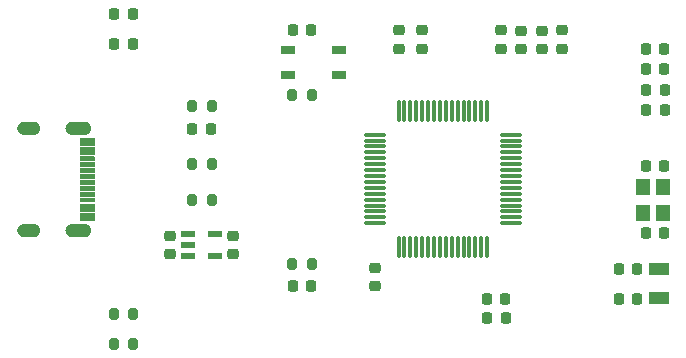
<source format=gtp>
%TF.GenerationSoftware,KiCad,Pcbnew,8.0.4*%
%TF.CreationDate,2024-08-12T16:22:58+08:00*%
%TF.ProjectId,UINIO-MCU-HC32F460KETA,55494e49-4f2d-44d4-9355-2d4843333246,Version 1.0.0*%
%TF.SameCoordinates,PX71f45d0PY4ce7800*%
%TF.FileFunction,Paste,Top*%
%TF.FilePolarity,Positive*%
%FSLAX46Y46*%
G04 Gerber Fmt 4.6, Leading zero omitted, Abs format (unit mm)*
G04 Created by KiCad (PCBNEW 8.0.4) date 2024-08-12 16:22:58*
%MOMM*%
%LPD*%
G01*
G04 APERTURE LIST*
G04 Aperture macros list*
%AMRoundRect*
0 Rectangle with rounded corners*
0 $1 Rounding radius*
0 $2 $3 $4 $5 $6 $7 $8 $9 X,Y pos of 4 corners*
0 Add a 4 corners polygon primitive as box body*
4,1,4,$2,$3,$4,$5,$6,$7,$8,$9,$2,$3,0*
0 Add four circle primitives for the rounded corners*
1,1,$1+$1,$2,$3*
1,1,$1+$1,$4,$5*
1,1,$1+$1,$6,$7*
1,1,$1+$1,$8,$9*
0 Add four rect primitives between the rounded corners*
20,1,$1+$1,$2,$3,$4,$5,0*
20,1,$1+$1,$4,$5,$6,$7,0*
20,1,$1+$1,$6,$7,$8,$9,0*
20,1,$1+$1,$8,$9,$2,$3,0*%
G04 Aperture macros list end*
%ADD10C,0.120000*%
%ADD11RoundRect,0.218750X0.218750X0.256250X-0.218750X0.256250X-0.218750X-0.256250X0.218750X-0.256250X0*%
%ADD12RoundRect,0.200000X0.200000X0.275000X-0.200000X0.275000X-0.200000X-0.275000X0.200000X-0.275000X0*%
%ADD13RoundRect,0.225000X0.250000X-0.225000X0.250000X0.225000X-0.250000X0.225000X-0.250000X-0.225000X0*%
%ADD14R,1.157000X0.490000*%
%ADD15R,1.175000X0.490000*%
%ADD16RoundRect,0.218750X-0.256250X0.218750X-0.256250X-0.218750X0.256250X-0.218750X0.256250X0.218750X0*%
%ADD17RoundRect,0.225000X-0.225000X-0.250000X0.225000X-0.250000X0.225000X0.250000X-0.225000X0.250000X0*%
%ADD18R,1.800000X1.000000*%
%ADD19RoundRect,0.225000X-0.250000X0.225000X-0.250000X-0.225000X0.250000X-0.225000X0.250000X0.225000X0*%
%ADD20R,1.150000X0.600000*%
%ADD21R,1.150000X0.300000*%
%ADD22RoundRect,0.200000X-0.200000X-0.275000X0.200000X-0.275000X0.200000X0.275000X-0.200000X0.275000X0*%
%ADD23RoundRect,0.225000X0.225000X0.250000X-0.225000X0.250000X-0.225000X-0.250000X0.225000X-0.250000X0*%
%ADD24R,1.200000X0.650000*%
%ADD25O,2.000000X0.300000*%
%ADD26O,0.300000X2.000000*%
%ADD27R,1.200000X1.400000*%
G04 APERTURE END LIST*
D10*
%TO.C,USB1*%
X2126000Y-18560000D02*
X976000Y-18560000D01*
X976000Y-17960000D01*
X2126000Y-17960000D01*
X2126000Y-18560000D01*
G36*
X2126000Y-18560000D02*
G01*
X976000Y-18560000D01*
X976000Y-17960000D01*
X2126000Y-17960000D01*
X2126000Y-18560000D01*
G37*
X2126000Y-19360000D02*
X976000Y-19360000D01*
X976000Y-18760000D01*
X2126000Y-18760000D01*
X2126000Y-19360000D01*
G36*
X2126000Y-19360000D02*
G01*
X976000Y-19360000D01*
X976000Y-18760000D01*
X2126000Y-18760000D01*
X2126000Y-19360000D01*
G37*
X2126000Y-19860000D02*
X976000Y-19860000D01*
X976000Y-19560000D01*
X2126000Y-19560000D01*
X2126000Y-19860000D01*
G36*
X2126000Y-19860000D02*
G01*
X976000Y-19860000D01*
X976000Y-19560000D01*
X2126000Y-19560000D01*
X2126000Y-19860000D01*
G37*
X2126000Y-20360000D02*
X976000Y-20360000D01*
X976000Y-20060000D01*
X2126000Y-20060000D01*
X2126000Y-20360000D01*
G36*
X2126000Y-20360000D02*
G01*
X976000Y-20360000D01*
X976000Y-20060000D01*
X2126000Y-20060000D01*
X2126000Y-20360000D01*
G37*
X2126000Y-20860000D02*
X976000Y-20860000D01*
X976000Y-20560000D01*
X2126000Y-20560000D01*
X2126000Y-20860000D01*
G36*
X2126000Y-20860000D02*
G01*
X976000Y-20860000D01*
X976000Y-20560000D01*
X2126000Y-20560000D01*
X2126000Y-20860000D01*
G37*
X2126000Y-21360000D02*
X976000Y-21360000D01*
X976000Y-21060000D01*
X2126000Y-21060000D01*
X2126000Y-21360000D01*
G36*
X2126000Y-21360000D02*
G01*
X976000Y-21360000D01*
X976000Y-21060000D01*
X2126000Y-21060000D01*
X2126000Y-21360000D01*
G37*
X2126000Y-21860000D02*
X976000Y-21860000D01*
X976000Y-21560000D01*
X2126000Y-21560000D01*
X2126000Y-21860000D01*
G36*
X2126000Y-21860000D02*
G01*
X976000Y-21860000D01*
X976000Y-21560000D01*
X2126000Y-21560000D01*
X2126000Y-21860000D01*
G37*
X2126000Y-22360000D02*
X976000Y-22360000D01*
X976000Y-22060000D01*
X2126000Y-22060000D01*
X2126000Y-22360000D01*
G36*
X2126000Y-22360000D02*
G01*
X976000Y-22360000D01*
X976000Y-22060000D01*
X2126000Y-22060000D01*
X2126000Y-22360000D01*
G37*
X2126000Y-22860000D02*
X976000Y-22860000D01*
X976000Y-22560000D01*
X2126000Y-22560000D01*
X2126000Y-22860000D01*
G36*
X2126000Y-22860000D02*
G01*
X976000Y-22860000D01*
X976000Y-22560000D01*
X2126000Y-22560000D01*
X2126000Y-22860000D01*
G37*
X2126000Y-23360000D02*
X976000Y-23360000D01*
X976000Y-23060000D01*
X2126000Y-23060000D01*
X2126000Y-23360000D01*
G36*
X2126000Y-23360000D02*
G01*
X976000Y-23360000D01*
X976000Y-23060000D01*
X2126000Y-23060000D01*
X2126000Y-23360000D01*
G37*
X2126000Y-24160000D02*
X976000Y-24160000D01*
X976000Y-23560000D01*
X2126000Y-23560000D01*
X2126000Y-24160000D01*
G36*
X2126000Y-24160000D02*
G01*
X976000Y-24160000D01*
X976000Y-23560000D01*
X2126000Y-23560000D01*
X2126000Y-24160000D01*
G37*
X2126000Y-24960000D02*
X976000Y-24960000D01*
X976000Y-24360000D01*
X2126000Y-24360000D01*
X2126000Y-24960000D01*
G36*
X2126000Y-24960000D02*
G01*
X976000Y-24960000D01*
X976000Y-24360000D01*
X2126000Y-24360000D01*
X2126000Y-24960000D01*
G37*
X-2864000Y-16645000D02*
X-2770000Y-16673000D01*
X-2684000Y-16719000D01*
X-2608000Y-16781000D01*
X-2546000Y-16857000D01*
X-2499000Y-16944000D01*
X-2471000Y-17037000D01*
X-2461000Y-17135000D01*
X-2471000Y-17233000D01*
X-2499000Y-17326000D01*
X-2546000Y-17413000D01*
X-2608000Y-17489000D01*
X-2684000Y-17551000D01*
X-2770000Y-17597000D01*
X-2864000Y-17625000D01*
X-2961000Y-17635000D01*
X-3861000Y-17635000D01*
X-3959000Y-17625000D01*
X-4053000Y-17597000D01*
X-4139000Y-17551000D01*
X-4215000Y-17489000D01*
X-4277000Y-17413000D01*
X-4323000Y-17326000D01*
X-4352000Y-17233000D01*
X-4361000Y-17135000D01*
X-4352000Y-17037000D01*
X-4323000Y-16944000D01*
X-4277000Y-16857000D01*
X-4215000Y-16781000D01*
X-4139000Y-16719000D01*
X-4053000Y-16673000D01*
X-3959000Y-16645000D01*
X-3861000Y-16635000D01*
X-2961000Y-16635000D01*
X-2864000Y-16645000D01*
G36*
X-2864000Y-16645000D02*
G01*
X-2770000Y-16673000D01*
X-2684000Y-16719000D01*
X-2608000Y-16781000D01*
X-2546000Y-16857000D01*
X-2499000Y-16944000D01*
X-2471000Y-17037000D01*
X-2461000Y-17135000D01*
X-2471000Y-17233000D01*
X-2499000Y-17326000D01*
X-2546000Y-17413000D01*
X-2608000Y-17489000D01*
X-2684000Y-17551000D01*
X-2770000Y-17597000D01*
X-2864000Y-17625000D01*
X-2961000Y-17635000D01*
X-3861000Y-17635000D01*
X-3959000Y-17625000D01*
X-4053000Y-17597000D01*
X-4139000Y-17551000D01*
X-4215000Y-17489000D01*
X-4277000Y-17413000D01*
X-4323000Y-17326000D01*
X-4352000Y-17233000D01*
X-4361000Y-17135000D01*
X-4352000Y-17037000D01*
X-4323000Y-16944000D01*
X-4277000Y-16857000D01*
X-4215000Y-16781000D01*
X-4139000Y-16719000D01*
X-4053000Y-16673000D01*
X-3959000Y-16645000D01*
X-3861000Y-16635000D01*
X-2961000Y-16635000D01*
X-2864000Y-16645000D01*
G37*
X-2864000Y-25295000D02*
X-2770000Y-25323000D01*
X-2684000Y-25369000D01*
X-2608000Y-25431000D01*
X-2546000Y-25507000D01*
X-2499000Y-25594000D01*
X-2471000Y-25687000D01*
X-2461000Y-25785000D01*
X-2471000Y-25883000D01*
X-2499000Y-25976000D01*
X-2546000Y-26063000D01*
X-2608000Y-26139000D01*
X-2684000Y-26201000D01*
X-2770000Y-26247000D01*
X-2864000Y-26275000D01*
X-2961000Y-26285000D01*
X-3861000Y-26285000D01*
X-3959000Y-26275000D01*
X-4053000Y-26247000D01*
X-4139000Y-26201000D01*
X-4215000Y-26139000D01*
X-4277000Y-26063000D01*
X-4323000Y-25976000D01*
X-4352000Y-25883000D01*
X-4361000Y-25785000D01*
X-4352000Y-25687000D01*
X-4323000Y-25594000D01*
X-4277000Y-25507000D01*
X-4215000Y-25431000D01*
X-4139000Y-25369000D01*
X-4053000Y-25323000D01*
X-3959000Y-25295000D01*
X-3861000Y-25285000D01*
X-2961000Y-25285000D01*
X-2864000Y-25295000D01*
G36*
X-2864000Y-25295000D02*
G01*
X-2770000Y-25323000D01*
X-2684000Y-25369000D01*
X-2608000Y-25431000D01*
X-2546000Y-25507000D01*
X-2499000Y-25594000D01*
X-2471000Y-25687000D01*
X-2461000Y-25785000D01*
X-2471000Y-25883000D01*
X-2499000Y-25976000D01*
X-2546000Y-26063000D01*
X-2608000Y-26139000D01*
X-2684000Y-26201000D01*
X-2770000Y-26247000D01*
X-2864000Y-26275000D01*
X-2961000Y-26285000D01*
X-3861000Y-26285000D01*
X-3959000Y-26275000D01*
X-4053000Y-26247000D01*
X-4139000Y-26201000D01*
X-4215000Y-26139000D01*
X-4277000Y-26063000D01*
X-4323000Y-25976000D01*
X-4352000Y-25883000D01*
X-4361000Y-25785000D01*
X-4352000Y-25687000D01*
X-4323000Y-25594000D01*
X-4277000Y-25507000D01*
X-4215000Y-25431000D01*
X-4139000Y-25369000D01*
X-4053000Y-25323000D01*
X-3959000Y-25295000D01*
X-3861000Y-25285000D01*
X-2961000Y-25285000D01*
X-2864000Y-25295000D01*
G37*
X1436000Y-16645000D02*
X1530000Y-16673000D01*
X1616000Y-16719000D01*
X1692000Y-16781000D01*
X1754000Y-16857000D01*
X1801000Y-16944000D01*
X1829000Y-17037000D01*
X1839000Y-17135000D01*
X1829000Y-17233000D01*
X1801000Y-17326000D01*
X1754000Y-17413000D01*
X1692000Y-17489000D01*
X1616000Y-17551000D01*
X1530000Y-17597000D01*
X1436000Y-17625000D01*
X1339000Y-17635000D01*
X239000Y-17635000D01*
X141000Y-17625000D01*
X47000Y-17597000D01*
X-39000Y-17551000D01*
X-115000Y-17489000D01*
X-177000Y-17413000D01*
X-223000Y-17326000D01*
X-252000Y-17233000D01*
X-261000Y-17135000D01*
X-252000Y-17037000D01*
X-223000Y-16944000D01*
X-177000Y-16857000D01*
X-115000Y-16781000D01*
X-39000Y-16719000D01*
X47000Y-16673000D01*
X141000Y-16645000D01*
X239000Y-16635000D01*
X1339000Y-16635000D01*
X1436000Y-16645000D01*
G36*
X1436000Y-16645000D02*
G01*
X1530000Y-16673000D01*
X1616000Y-16719000D01*
X1692000Y-16781000D01*
X1754000Y-16857000D01*
X1801000Y-16944000D01*
X1829000Y-17037000D01*
X1839000Y-17135000D01*
X1829000Y-17233000D01*
X1801000Y-17326000D01*
X1754000Y-17413000D01*
X1692000Y-17489000D01*
X1616000Y-17551000D01*
X1530000Y-17597000D01*
X1436000Y-17625000D01*
X1339000Y-17635000D01*
X239000Y-17635000D01*
X141000Y-17625000D01*
X47000Y-17597000D01*
X-39000Y-17551000D01*
X-115000Y-17489000D01*
X-177000Y-17413000D01*
X-223000Y-17326000D01*
X-252000Y-17233000D01*
X-261000Y-17135000D01*
X-252000Y-17037000D01*
X-223000Y-16944000D01*
X-177000Y-16857000D01*
X-115000Y-16781000D01*
X-39000Y-16719000D01*
X47000Y-16673000D01*
X141000Y-16645000D01*
X239000Y-16635000D01*
X1339000Y-16635000D01*
X1436000Y-16645000D01*
G37*
X1436000Y-25295000D02*
X1530000Y-25323000D01*
X1616000Y-25369000D01*
X1692000Y-25431000D01*
X1754000Y-25507000D01*
X1801000Y-25594000D01*
X1829000Y-25687000D01*
X1839000Y-25785000D01*
X1829000Y-25883000D01*
X1801000Y-25976000D01*
X1754000Y-26063000D01*
X1692000Y-26139000D01*
X1616000Y-26201000D01*
X1530000Y-26247000D01*
X1436000Y-26275000D01*
X1339000Y-26285000D01*
X239000Y-26285000D01*
X141000Y-26275000D01*
X47000Y-26247000D01*
X-39000Y-26201000D01*
X-115000Y-26139000D01*
X-177000Y-26063000D01*
X-223000Y-25976000D01*
X-252000Y-25883000D01*
X-261000Y-25785000D01*
X-252000Y-25687000D01*
X-223000Y-25594000D01*
X-177000Y-25507000D01*
X-115000Y-25431000D01*
X-39000Y-25369000D01*
X47000Y-25323000D01*
X141000Y-25295000D01*
X239000Y-25285000D01*
X1339000Y-25285000D01*
X1436000Y-25295000D01*
G36*
X1436000Y-25295000D02*
G01*
X1530000Y-25323000D01*
X1616000Y-25369000D01*
X1692000Y-25431000D01*
X1754000Y-25507000D01*
X1801000Y-25594000D01*
X1829000Y-25687000D01*
X1839000Y-25785000D01*
X1829000Y-25883000D01*
X1801000Y-25976000D01*
X1754000Y-26063000D01*
X1692000Y-26139000D01*
X1616000Y-26201000D01*
X1530000Y-26247000D01*
X1436000Y-26275000D01*
X1339000Y-26285000D01*
X239000Y-26285000D01*
X141000Y-26275000D01*
X47000Y-26247000D01*
X-39000Y-26201000D01*
X-115000Y-26139000D01*
X-177000Y-26063000D01*
X-223000Y-25976000D01*
X-252000Y-25883000D01*
X-261000Y-25785000D01*
X-252000Y-25687000D01*
X-223000Y-25594000D01*
X-177000Y-25507000D01*
X-115000Y-25431000D01*
X-39000Y-25369000D01*
X47000Y-25323000D01*
X141000Y-25295000D01*
X239000Y-25285000D01*
X1339000Y-25285000D01*
X1436000Y-25295000D01*
G37*
%TD*%
D11*
%TO.C,L3*%
X50465000Y-15630000D03*
X48890000Y-15630000D03*
%TD*%
D12*
%TO.C,R4*%
X20600000Y-28670000D03*
X18950000Y-28670000D03*
%TD*%
D13*
%TO.C,C2*%
X40060000Y-10445000D03*
X40060000Y-8895000D03*
%TD*%
D14*
%TO.C,U1*%
X10091500Y-26110000D03*
X10091500Y-27060000D03*
X10091500Y-28010000D03*
D15*
X12399500Y-28010000D03*
X12399500Y-26110000D03*
%TD*%
D13*
%TO.C,C1*%
X38330000Y-10445000D03*
X38330000Y-8895000D03*
%TD*%
%TO.C,C17*%
X25920000Y-30550000D03*
X25920000Y-29000000D03*
%TD*%
D11*
%TO.C,L4*%
X50465000Y-13900000D03*
X48890000Y-13900000D03*
%TD*%
D13*
%TO.C,C4*%
X8610000Y-27830000D03*
X8610000Y-26280000D03*
%TD*%
D16*
%TO.C,L2*%
X36600000Y-8882500D03*
X36600000Y-10457500D03*
%TD*%
D12*
%TO.C,R5*%
X20580000Y-14330000D03*
X18930000Y-14330000D03*
%TD*%
D17*
%TO.C,C9*%
X19000000Y-30480000D03*
X20550000Y-30480000D03*
%TD*%
D18*
%TO.C,Y1*%
X50007500Y-29080002D03*
X50007500Y-31580000D03*
%TD*%
D19*
%TO.C,C8*%
X27940000Y-8880000D03*
X27940000Y-10430000D03*
%TD*%
D20*
%TO.C,USB1*%
X1551000Y-18260000D03*
X1551000Y-19060000D03*
D21*
X1551000Y-20210000D03*
X1551000Y-21210000D03*
X1551000Y-21710000D03*
X1551000Y-22710000D03*
D20*
X1551000Y-24660000D03*
X1551000Y-23860000D03*
D21*
X1551000Y-23210000D03*
X1551000Y-22210000D03*
X1551000Y-20710000D03*
X1551000Y-19710000D03*
%TD*%
D22*
%TO.C,R7*%
X3815000Y-32880000D03*
X5465000Y-32880000D03*
%TD*%
D13*
%TO.C,C7*%
X13890000Y-27830000D03*
X13890000Y-26280000D03*
%TD*%
D23*
%TO.C,C19*%
X37000000Y-33210000D03*
X35450000Y-33210000D03*
%TD*%
D12*
%TO.C,R6*%
X5465000Y-35420000D03*
X3815000Y-35420000D03*
%TD*%
D19*
%TO.C,C12*%
X29920000Y-8880000D03*
X29920000Y-10430000D03*
%TD*%
D24*
%TO.C,SW1*%
X22880000Y-12670000D03*
X18580000Y-12670000D03*
X22880000Y-10520000D03*
X18580000Y-10520000D03*
%TD*%
D23*
%TO.C,C11*%
X5415000Y-10020000D03*
X3865000Y-10020000D03*
%TD*%
%TO.C,C6*%
X36990000Y-31600000D03*
X35440000Y-31600000D03*
%TD*%
D11*
%TO.C,D1*%
X12062500Y-17250000D03*
X10487500Y-17250000D03*
%TD*%
D22*
%TO.C,R1*%
X10470000Y-20200000D03*
X12120000Y-20200000D03*
%TD*%
D23*
%TO.C,C18*%
X50450000Y-26050000D03*
X48900000Y-26050000D03*
%TD*%
D16*
%TO.C,L1*%
X41790000Y-8882500D03*
X41790000Y-10457500D03*
%TD*%
D17*
%TO.C,C14*%
X48900000Y-20390000D03*
X50450000Y-20390000D03*
%TD*%
%TO.C,C13*%
X18980000Y-8860000D03*
X20530000Y-8860000D03*
%TD*%
D22*
%TO.C,R3*%
X10470000Y-15260000D03*
X12120000Y-15260000D03*
%TD*%
D17*
%TO.C,C3*%
X48902500Y-10440000D03*
X50452500Y-10440000D03*
%TD*%
D22*
%TO.C,R2*%
X10470000Y-23210000D03*
X12120000Y-23210000D03*
%TD*%
D23*
%TO.C,C10*%
X5415000Y-7480000D03*
X3865000Y-7480000D03*
%TD*%
D17*
%TO.C,C5*%
X48902500Y-12170000D03*
X50452500Y-12170000D03*
%TD*%
%TO.C,C16*%
X46600000Y-29060000D03*
X48150000Y-29060000D03*
%TD*%
D25*
%TO.C,U2*%
X37440000Y-25210000D03*
X37440000Y-24710000D03*
X37440000Y-24210000D03*
X37440000Y-23710000D03*
X37440000Y-23210000D03*
X37440000Y-22710000D03*
X37440000Y-22210000D03*
X37440000Y-21710000D03*
X37440000Y-21210000D03*
X37440000Y-20710000D03*
X37440000Y-20210000D03*
X37440000Y-19710000D03*
X37440000Y-19210000D03*
X37440000Y-18710000D03*
X37440000Y-18210000D03*
X37440000Y-17710000D03*
D26*
X35440000Y-15710000D03*
X34940000Y-15710000D03*
X34440000Y-15710000D03*
X33940000Y-15710000D03*
X33440000Y-15710000D03*
X32940000Y-15710000D03*
X32440000Y-15710000D03*
X31940000Y-15710000D03*
X31440000Y-15710000D03*
X30940000Y-15710000D03*
X30440000Y-15710000D03*
X29940000Y-15710000D03*
X29440000Y-15710000D03*
X28940000Y-15710000D03*
X28440000Y-15710000D03*
X27940000Y-15710000D03*
D25*
X25940000Y-17710000D03*
X25940000Y-18210000D03*
X25940000Y-18710000D03*
X25940000Y-19210000D03*
X25940000Y-19710000D03*
X25940000Y-20210000D03*
X25940000Y-20710000D03*
X25940000Y-21210000D03*
X25940000Y-21710000D03*
X25940000Y-22210000D03*
X25940000Y-22710000D03*
X25940000Y-23210000D03*
X25940000Y-23710000D03*
X25940000Y-24210000D03*
X25940000Y-24710000D03*
X25940000Y-25210000D03*
D26*
X27940000Y-27210000D03*
X28440000Y-27210000D03*
X28940000Y-27210000D03*
X29440000Y-27210000D03*
X29940000Y-27210000D03*
X30440000Y-27210000D03*
X30940000Y-27210000D03*
X31440000Y-27210000D03*
X31940000Y-27210000D03*
X32440000Y-27210000D03*
X32940000Y-27210000D03*
X33440000Y-27210000D03*
X33940000Y-27210000D03*
X34440000Y-27210000D03*
X34940000Y-27210000D03*
X35440000Y-27210000D03*
%TD*%
D17*
%TO.C,C15*%
X46600000Y-31600002D03*
X48150000Y-31600002D03*
%TD*%
D27*
%TO.C,Y2*%
X48605000Y-22120000D03*
X48605000Y-24320000D03*
X50305000Y-24320000D03*
X50305000Y-22120000D03*
%TD*%
M02*

</source>
